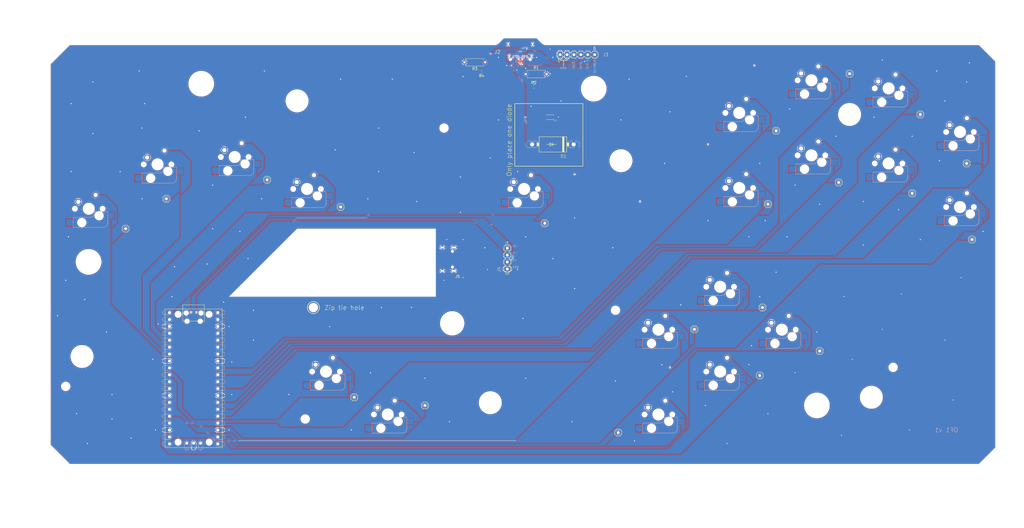
<source format=kicad_pcb>
(kicad_pcb (version 20211014) (generator pcbnew)
  (layers (0 "F.Cu" signal) (31 "B.Cu" signal) (34 "B.Paste" user) (35 "F.Paste" user) (36 "B.SilkS" user "B.Silkscreen") (37 "F.SilkS" user "F.Silkscreen") (38 "B.Mask" user) (39 "F.Mask" user) (44 "Edge.Cuts" user))
  (net 0 "")
  (net 1 "GND")
  (net 2 "+5V")
  (net 6 "/START")
  (net 8 "/RIGHT")
  (net 9 "/DOWN")
  (net 10 "/LEFT")
  (net 11 "/L")
  (net 12 "/M1")
  (net 17 "/C_UP")
  (net 18 "/C_LT")
  (net 19 "/A")
  (net 20 "/C_DN")
  (net 21 "/C_RT")
  (net 22 "/UP")
  (net 23 "/MS")
  (net 24 "/Z")
  (net 25 "V+")
  (net 26 "/LS")
  (net 27 "VCC")
  (net 28 "/M2")
  (net 29 "/X")
  (net 30 "/Y")
  (net 31 "/B")
  (net 32 "/R")
  (net 33 "/DATA")
  (net 42 "/D-")
  (net 43 "Net-(J2-PadA5)")
  (net 47 "Net-(J2-PadB5)")
  (net 50 "/D+")
  (footprint "OF1 v1:MA04-1" (layer "F.Cu") (at 142.745065 107.7536 90)
    (fp_text reference "J4")
    (fp_text value "MA04-1")
  )
  (footprint "OF1 v1:MX-BOTH" (layer "F.Cu") (at 282.8411 72.7576 180)
    (fp_text reference "U$15" hide)
    (fp_text value "MX-B" hide)
  )
  (footprint "OF1 v1:1X01" (layer "F.Cu") (at 264.5011 79.7536)
    (fp_text reference "JP11" hide)
    (fp_text value "PINHD-1X1")
  )
  (footprint "OF1 v1:MX-BOTH" (layer "F.Cu") (at 282.8411 45.1476 180)
    (fp_text reference "U$11" hide)
    (fp_text value "MX-B" hide)
  )
  (footprint "OF1 v1:1X01" (layer "F.Cu") (at 238.5011 87.7536)
    (fp_text reference "JP10" hide)
    (fp_text value "PINHD-1X1")
  )
  (footprint "OF1 v1:MX-BOTH" (layer "F.Cu") (at 220.9531 118.1176 180)
    (fp_text reference "U$17" hide)
    (fp_text value "MX-B" hide)
  )
  (footprint "OF1 v1:1X01" (layer "F.Cu") (at 81.5011 88.7536)
    (fp_text reference "JP5" hide)
    (fp_text value "PINHD-1X1")
  )
  (footprint "OF1 v1:MX-BOTH" (layer "F.Cu") (at 76.1331 149.3026 180)
    (fp_text reference "U$6" hide)
    (fp_text value "MX-B" hide)
  )
  (footprint "OF1 v1:DO201-15" (layer "F.Cu") (at 159.5011 65.7536 180)
    (fp_text reference "D1")
    (fp_text value "1N5400")
  )
  (footprint "" (layer "F.Cu") (at 174.5011 45.2536)
    (fp_text reference "@HOLE11" hide)
    (fp_text value "")
  )
  (footprint "" (layer "F.Cu") (at 184.5011 71.7536)
    (fp_text reference "@HOLE8" hide)
    (fp_text value "")
  )
  (footprint "" (layer "F.Cu") (at 68.5011 166.7536)
    (fp_text reference "@HOLE0" hide)
    (fp_text value "")
  )
  (footprint "OF1 v1:MX-BOTH" (layer "F.Cu") (at 220.9531 149.3026 180)
    (fp_text reference "U$20" hide)
    (fp_text value "MX-B" hide)
  )
  (footprint "OF1 v1:SOD3715X145N" (layer "F.Cu") (at 158.5011 55.7536 180)
    (fp_text reference "D2")
    (fp_text value "1N5819HW-7-F")
  )
  (footprint "OF1 v1:1X01" (layer "F.Cu") (at 211.5011 133.7536)
    (fp_text reference "JP18" hide)
    (fp_text value "PINHD-1X1")
  )
  (footprint "" (layer "F.Cu") (at 136.5011 160.7536)
    (fp_text reference "@HOLE9" hide)
    (fp_text value "")
  )
  (footprint "Resistor_SMD:R_0603_1608Metric" (layer "F.Cu") (at 152.491276 44.510583)
    (fp_text reference "R2")
    (fp_text value "5.1k")
  )
  (footprint "OF1 v1:MX-BOTH" (layer "F.Cu") (at 254.4861 42.1726 180)
    (fp_text reference "U$10" hide)
    (fp_text value "MX-B" hide)
  )
  (footprint "OF1 v1:1X01" (layer "F.Cu") (at 86.5011 158.7536)
    (fp_text reference "JP6" hide)
    (fp_text value "PINHD-1X1")
  )
  (footprint "" (layer "F.Cu") (at 122.5011 131.5536)
    (fp_text reference "@HOLE14" hide)
    (fp_text value "")
  )
  (footprint "OF1 v1:1X01" (layer "F.Cu") (at 311.5011 72.7536)
    (fp_text reference "JP14" hide)
    (fp_text value "PINHD-1X1")
  )
  (footprint "OF1 v1:1X01" (layer "F.Cu") (at 54.5011 78.7536)
    (fp_text reference "JP4" hide)
    (fp_text value "PINHD-1X1")
  )
  (footprint "OF1 v1:MX-BOTH" (layer "F.Cu") (at 227.9681 81.7776 180)
    (fp_text reference "U$13" hide)
    (fp_text value "MX-B" hide)
  )
  (footprint "OF1 v1:1X01" (layer "F.Cu") (at 241.5011 60.7536)
    (fp_text reference "JP9" hide)
    (fp_text value "PINHD-1X1")
  )
  (footprint "shou han 24P type-c:24P" (layer "F.Cu") (at 147.568981 35.1536 180)
    (fp_text reference "J2")
    (fp_text value "MOLEX2171830001")
  )
  (footprint "OF1 v1:MX-BOTH" (layer "F.Cu") (at -11.0339 89.4176 180)
    (fp_text reference "U$1" hide)
    (fp_text value "MX-B" hide)
  )
  (footprint "OF1 v1:MX-BOTH" (layer "F.Cu") (at 198.2661 165.0726 180)
    (fp_text reference "U$21" hide)
    (fp_text value "MX-B" hide)
  )
  (footprint "OF1 v1:1X01" (layer "F.Cu") (at 291.5011 83.7536)
    (fp_text reference "JP16" hide)
    (fp_text value "PINHD-1X1")
  )
  (footprint "OF1 v1:MX-BOTH" (layer "F.Cu") (at 14.2461 73.1146 180)
    (fp_text reference "U$2" hide)
    (fp_text value "MX-B" hide)
  )
  (footprint "OF1 v1:MX-BOTH" (layer "F.Cu") (at 42.6021 70.3886 180)
    (fp_text reference "U$4" hide)
    (fp_text value "MX-B" hide)
  )
  (footprint "" (layer "F.Cu") (at 30.3011 43.4536)
    (fp_text reference "@HOLE13" hide)
    (fp_text value "")
  )
  (footprint "" (layer "F.Cu") (at 284.5011 147.7536)
    (fp_text reference "@HOLE1" hide)
    (fp_text value "")
  )
  (footprint "OF1 v1:1X01" (layer "F.Cu") (at 235.5011 150.7536)
    (fp_text reference "JP20" hide)
    (fp_text value "PINHD-1X1")
  )
  (footprint "OF1 v1:MX-BOTH" (layer "F.Cu") (at 98.8211 165.0716 180)
    (fp_text reference "U$7" hide)
    (fp_text value "MX-B" hide)
  )
  (footprint "OF1 v1:1X01" (layer "F.Cu") (at 294.5011 54.7536)
    (fp_text reference "JP13" hide)
    (fp_text value "PINHD-1X1")
  )
  (footprint "OF1 v1:MX-BOTH" (layer "F.Cu") (at 243.6101 133.8876 180)
    (fp_text reference "U$19" hide)
    (fp_text value "MX-B" hide)
  )
  (footprint "OF1 v1:1X01" (layer "F.Cu") (at 236.5011 125.7536)
    (fp_text reference "JP17" hide)
    (fp_text value "PINHD-1X1")
  )
  (footprint "OF1 v1:1X01" (layer "F.Cu") (at 268.5011 39.7536)
    (fp_text reference "JP12" hide)
    (fp_text value "PINHD-1X1")
  )
  (footprint "" (layer "F.Cu") (at -19.4989 154.7536)
    (fp_text reference "@HOLE2" hide)
    (fp_text value "")
  )
  (footprint "Resistor_THT:R_Axial_DIN0207_L6.3mm_D2.5mm_P7.62mm_Horizontal" (layer "F.Cu") (at 134.62 35.56 180)
    (fp_text reference "R3")
    (fp_text value "5.1k")
  )
  (footprint "OF1 v1:RPI_PICO_TH" (layer "F.Cu") (at 27.5011 151.7536)
    (fp_text reference "J1" hide)
    (fp_text value "RPI_PICO-TH" hide)
  )
  (footprint "OF1 v1:1X01" (layer "F.Cu") (at 313.5011 100.7536)
    (fp_text reference "JP15" hide)
    (fp_text value "PINHD-1X1")
  )
  (footprint "Resistor_SMD:R_0603_1608Metric" (layer "F.Cu") (at 133.286267 39.142301 180)
    (fp_text reference "R4")
    (fp_text value "5.1k")
  )
  (footprint "" (layer "F.Cu") (at 119.5011 59.7536)
    (fp_text reference "@HOLE10" hide)
    (fp_text value "")
  )
  (footprint "" (layer "F.Cu") (at 256.5011 161.7536)
    (fp_text reference "@HOLE15" hide)
    (fp_text value "")
  )
  (footprint "" (layer "F.Cu") (at -13.4989 143.7536)
    (fp_text reference "@HOLE6" hide)
    (fp_text value "")
  )
  (footprint "" (layer "F.Cu") (at 71.5011 125.7536)
    (fp_text reference "@HOLE16" hide)
    (fp_text value "")
  )
  (footprint "OF1 v1:MX-BOTH" (layer "F.Cu") (at 69.1741 82.1516 180)
    (fp_text reference "U$5" hide)
    (fp_text value "MX-B" hide)
  )
  (footprint "OF1 v1:MX-BOTH" (layer "F.Cu") (at 198.2661 133.8876 180)
    (fp_text reference "U$18" hide)
    (fp_text value "MX-B" hide)
  )
  (footprint "" (layer "F.Cu") (at 182.5011 126.7536)
    (fp_text reference "@HOLE3" hide)
    (fp_text value "")
  )
  (footprint "" (layer "F.Cu") (at -11.0989 108.9536)
    (fp_text reference "@HOLE12" hide)
    (fp_text value "")
  )
  (footprint "OF1 v1:MX-BOTH" (layer "F.Cu") (at 309.0641 88.7936 180)
    (fp_text reference "U$16" hide)
    (fp_text value "MX-B" hide)
  )
  (footprint "" (layer "F.Cu") (at 268.5011 54.7536)
    (fp_text reference "@HOLE4" hide)
    (fp_text value "")
  )
  (footprint "OF1 v1:1X01" (layer "F.Cu") (at 112.5011 161.7536)
    (fp_text reference "JP7" hide)
    (fp_text value "PINHD-1X1")
  )
  (footprint "OF1 v1:16P" (layer "F.Cu") (at 118.899393 107.971075 -90)
    (fp_text reference "J5" hide)
    (fp_text value "GT-USB-7010" hide)
  )
  (footprint "OF1 v1:1X01" (layer "F.Cu") (at 2.5011 96.7536)
    (fp_text reference "JP2" hide)
    (fp_text value "PINHD-1X1")
  )
  (footprint "OF1 v1:1X01" (layer "F.Cu") (at 156.5011 94.7536)
    (fp_text reference "JP8" hide)
    (fp_text value "PINHD-1X1")
  )
  (footprint "OF1 v1:MX-BOTH" (layer "F.Cu") (at 309.0641 61.1836 180)
    (fp_text reference "U$12" hide)
    (fp_text value "MX-B" hide)
  )
  (footprint "OF1 v1:MX-BOTH" (layer "F.Cu") (at 227.9681 54.1686 180)
    (fp_text reference "U$9" hide)
    (fp_text value "MX-B" hide)
  )
  (footprint "OF1 v1:1X01" (layer "F.Cu") (at 183.5011 171.7536)
    (fp_text reference "JP21" hide)
    (fp_text value "PINHD-1X1")
  )
  (footprint "OF1 v1:MX-BOTH" (layer "F.Cu") (at 254.4861 69.7826 180)
    (fp_text reference "U$14" hide)
    (fp_text value "MX-B" hide)
  )
  (footprint "OF1 v1:1X01" (layer "F.Cu") (at 257.5011 141.7536)
    (fp_text reference "JP19" hide)
    (fp_text value "PINHD-1X1")
  )
  (footprint "OF1 v1:MA06-1" (layer "F.Cu") (at 168.5011 32.7536)
    (fp_text reference "J3")
    (fp_text value "MA06-1")
  )
  (footprint "" (layer "F.Cu") (at 276.5011 158.7536)
    (fp_text reference "@HOLE5" hide)
    (fp_text value "")
  )
  (footprint "Resistor_THT:R_Axial_DIN0207_L6.3mm_D2.5mm_P7.62mm_Horizontal" (layer "F.Cu") (at 149.53424 39.919945)
    (fp_text reference "R1")
    (fp_text value "5.1k")
  )
  (footprint "" (layer "F.Cu") (at 65.5011 49.7536)
    (fp_text reference "@HOLE7" hide)
    (fp_text value "")
  )
  (footprint "OF1 v1:1X01" (layer "F.Cu") (at 17.5011 85.7536)
    (fp_text reference "JP3" hide)
    (fp_text value "PINHD-1X1")
  )
  (footprint "OF1 v1:MX-BOTH" (layer "F.Cu") (at 148.9061 82.1516 180)
    (fp_text reference "U$8" hide)
    (fp_text value "MX-B" hide)
  )
  (gr_circle (center 71.5011 125.7536) (end 73.737165 125.7536) (layer "F.SilkS") (width 0.2) (fill none))
  (gr_line (start 145.5011 50.7536) (end 170.5011 50.7536) (layer "F.SilkS") (width 0.2))
  (gr_line (start 170.5011 50.7536) (end 170.5011 73.7536) (layer "F.SilkS") (width 0.2))
  (gr_line (start 170.5011 73.7536) (end 145.5011 73.7536) (layer "F.SilkS") (width 0.2))
  (gr_line (start 162.272621 34.794232) (end 164.674246 34.794232) (layer "F.SilkS") (width 0.2))
  (gr_line (start 145.5011 73.7536) (end 145.5011 50.7536) (layer "F.SilkS") (width 0.2))
  (gr_line (start 164.706284 33.815094) (end 164.690587 33.799397) (layer "F.SilkS") (width 0.2))
  (gr_line (start 163.421272 34.948854) (end 163.421272 36.958357) (layer "F.SilkS") (width 0.2))
  (gr_line (start 164.6911 34.802747) (end 164.6911 34.410263) (layer "F.SilkS") (width 0.2))
  (gr_line (start 162.272621 34.378054) (end 162.272621 34.801935) (layer "F.SilkS") (width 0.2))
  (gr_line (start 322.0011 177.2536) (end 316.0011 183.2536) (layer "Edge.Cuts") (width 0.05))
  (gr_line (start 40.5011 121.7536) (end 65.5011 96.7536) (layer "Edge.Cuts") (width 0.05))
  (gr_line (start 153.5011 26.7536) (end 155.5011 28.7536) (layer "Edge.Cuts") (width 0.05))
  (gr_line (start -17.9989 183.2536) (end -24.9989 176.2536) (layer "Edge.Cuts") (width 0.05))
  (gr_line (start 155.5011 28.7536) (end 156.5011 29.2536) (layer "Edge.Cuts") (width 0.05))
  (gr_line (start 316.0011 29.2536) (end 322.0011 35.2536) (layer "Edge.Cuts") (width 0.05))
  (gr_line (start 65.5011 96.7536) (end 116.5011 96.7536) (layer "Edge.Cuts") (width 0.05))
  (gr_line (start -24.9989 36.2536) (end -17.9989 29.2536) (layer "Edge.Cuts") (width 0.05))
  (gr_line (start 116.5011 121.7536) (end 40.5011 121.7536) (layer "Edge.Cuts") (width 0.05))
  (gr_line (start 156.5011 29.2536) (end 316.0011 29.2536) (layer "Edge.Cuts") (width 0.05))
  (gr_line (start -17.9989 29.2536) (end 138.5011 29.2536) (layer "Edge.Cuts") (width 0.05))
  (gr_line (start -24.9989 176.2536) (end -24.9989 36.2536) (layer "Edge.Cuts") (width 0.05))
  (gr_line (start 139.5011 28.7536) (end 141.5011 26.7536) (layer "Edge.Cuts") (width 0.05))
  (gr_line (start 138.5011 29.2536) (end 139.5011 28.7536) (layer "Edge.Cuts") (width 0.05))
  (gr_line (start 322.0011 35.2536) (end 322.0011 177.2536) (layer "Edge.Cuts") (width 0.05))
  (gr_line (start 316.0011 183.2536) (end -17.9989 183.2536) (layer "Edge.Cuts") (width 0.05))
  (gr_line (start 141.5011 26.7536) (end 153.5011 26.7536) (layer "Edge.Cuts") (width 0.05))
  (gr_line (start 116.5011 96.7536) (end 116.5011 121.7536) (layer "Edge.Cuts") (width 0.05))
  (gr_text "OF1 v1" (at 308.5011 171.7536) (layer "B.SilkS") (effects (font (size 1.63576 1.63576) (thickness 0.14224)) (justify left bottom mirror)))
  (gr_text "GND" (at 144.650881 111.299857) (layer "F.SilkS") (effects (font (size 0.747776 0.747776) (thickness 0.065024)) (justify left bottom)))
  (gr_text "3V3 in" (at 172.633221 38.1 90) (layer "F.SilkS") (effects (font (size 0.747776 0.747776) (thickness 0.065024)) (justify left bottom)))
  (gr_text "5V/VBUS" (at 175.295886 39.57934 90) (layer "F.SilkS") (effects (font (size 0.747776 0.747776) (thickness 0.065024)) (justify left bottom)))
  (gr_text "D-" (at 144.677846 106.109925) (layer "F.SilkS") (effects (font (size 0.747776 0.747776) (thickness 0.065024)) (justify left bottom)))
  (gr_text "VSYS" (at 167.5877 38.1 90) (layer "F.SilkS") (effects (font (size 0.747776 0.747776) (thickness 0.065024)) (justify left bottom)))
  (gr_text "DATA" (at 170.2002 38.1 90) (layer "F.SilkS") (effects (font (size 0.747776 0.747776) (thickness 0.065024)) (justify left bottom)))
  (gr_text "GND" (at 162.14999 38.1) (layer "F.SilkS") (effects (font (size 0.747776 0.747776) (thickness 0.065024)) (justify left bottom)))
  (gr_text "Only place one diode" (at 142.5011 50.7536 90) (layer "F.SilkS") (effects (font (size 1.63576 1.63576) (thickness 0.14224)) (justify right top)))
  (gr_text "Zip tie hole" (at 75.5011 126.7536) (layer "F.SilkS") (effects (font (size 1.63576 1.63576) (thickness 0.14224)) (justify left bottom)))
  (gr_text "5V" (at 144.669718 103.631725) (layer "F.SilkS") (effects (font (size 0.747776 0.747776) (thickness 0.065024)) (justify left bottom)))
  (gr_text "D+" (at 144.613209 108.775213) (layer "F.SilkS") (effects (font (size 0.747776 0.747776) (thickness 0.065024)) (justify left bottom)))
  (via (at 167.5011 76.7536) (size 0.5524) (drill 0.4) (layers "F.Cu" "B.Cu") (net 0))
  (via (at 216.5011 65.7536) (size 0.5524) (drill 0.4) (layers "F.Cu" "B.Cu") (net 0))
  (via (at 233.5011 36.7536) (size 0.5524) (drill 0.4) (layers "F.Cu" "B.Cu") (net 0))
  (segment (start 144.768981 35.1036) (end 144.818981 35.1536) (width 0.254) (layer "F.Cu") (net 1))
  (segment (start 144.768981 33.9436) (end 144.768981 35.1036) (width 0.254) (layer "F.Cu") (net 1))
  (via (at 273.5011 102.7536) (size 0.5524) (drill 0.4) (layers "F.Cu" "B.Cu") (net 1))
  (via (at 149.5011 151.7536) (size 0.5524) (drill 0.4) (layers "F.Cu" "B.Cu") (net 1))
  (via (at 248.5011 149.7536) (size 0.5024) (drill 0.35) (layers "F.Cu" "B.Cu") (net 1))
  (via (at 20.5011 110.7536) (size 0.5524) (drill 0.4) (layers "F.Cu" "B.Cu") (net 1))
  (via (at 146.271971 38.412382) (size 0.5524) (drill 0.4) (layers "F.Cu" "B.Cu") (net 1))
  (via (at 311.5011 42.7536) (size 0.5524) (drill 0.4) (layers "F.Cu" "B.Cu") (net 1))
  (via (at 266.5011 121.7536) (size 0.5024) (drill 0.35) (layers "F.Cu" "B.Cu") (net 1))
  (via (at -22.4989 128.7536) (size 0.5524) (drill 0.4) (layers "F.Cu" "B.Cu") (net 1))
  (via (at 134.5011 103.7536) (size 0.5524) (drill 0.4) (layers "F.Cu" "B.Cu") (net 1))
  (via (at 29.5011 60.7536) (size 0.5524) (drill 0.4) (layers "F.Cu" "B.Cu") (net 1))
  (via (at 41.5011 145.7536) (size 0.5524) (drill 0.4) (layers "F.Cu" "B.Cu") (net 1))
  (via (at 303.5011 49.7536) (size 0.5524) (drill 0.4) (layers "F.Cu" "B.Cu") (net 1))
  (via (at 317.5011 97.7536) (size 0.5524) (drill 0.4) (layers "F.Cu" "B.Cu") (net 1))
  (via (at 235.5011 72.7536) (size 0.5524) (drill 0.4) (layers "F.Cu" "B.Cu") (net 1))
  (via (at 184.5011 56.7536) (size 0.5524) (drill 0.4) (layers "F.Cu" "B.Cu") (net 1))
  (via (at 263.5011 62.7536) (size 0.5524) (drill 0.4) (layers "F.Cu" "B.Cu") (net 1))
  (via (at 150.705187 32.589207) (size 0.5024) (drill 0.35) (layers "F.Cu" "B.Cu") (net 1))
  (via (at 237.5011 93.7536) (size 0.5524) (drill 0.4) (layers "F.Cu" "B.Cu") (net 1))
  (via (at 200.5011 72.7536) (size 0.5524) (drill 0.4) (layers "F.Cu" "B.Cu") (net 1))
  (via (at 241.5011 112.7536) (size 0.5524) (drill 0.4) (layers "F.Cu" "B.Cu") (net 1))
  (via (at 152.5011 42.7536) (size 0.5524) (drill 0.4) (layers "F.Cu" "B.Cu") (net 1))
  (via (at 312.5011 35.7536) (size 0.5524) (drill 0.4) (layers "F.Cu" "B.Cu") (net 1))
  (via (at 158.5011 39.7536) (size 0.5524) (drill 0.4) (layers "F.Cu" "B.Cu") (net 1))
  (via (at 248.5011 80.7536) (size 0.5524) (drill 0.4) (layers "F.Cu" "B.Cu") (net 1))
  (via (at 0.5011 75.7536) (size 0.5524) (drill 0.4) (layers "F.Cu" "B.Cu") (net 1))
  (via (at 135.5011 111.7536) (size 0.5024) (drill 0.35) (layers "F.Cu" "B.Cu") (net 1))
  (via (at 96.5011 125.7536) (size 0.5524) (drill 0.4) (layers "F.Cu" "B.Cu") (net 1))
  (via (at 9.5011 50.7536) (size 0.5524) (drill 0.4) (layers "F.Cu" "B.Cu") (net 1))
  (via (at 13.5011 170.7536) (size 0.5524) (drill 0.4) (layers "F.Cu" "B.Cu") (net 1))
  (via (at -19.4989 115.7536) (size 0.5524) (drill 0.4) (layers "F.Cu" "B.Cu") (net 1))
  (via (at 189.5011 174.7536) (size 0.5524) (drill 0.4) (layers "F.Cu" "B.Cu") (net 1))
  (via (at 277.5011 55.7536) (size 0.5524) (drill 0.4) (layers "F.Cu" "B.Cu") (net 1))
  (via (at 49.5011 137.7536) (size 0.5524) (drill 0.4) (layers "F.Cu" "B.Cu") (net 1))
  (via (at 303.5011 137.7536) (size 0.5024) (drill 0.35) (layers "F.Cu" "B.Cu") (net 1))
  (via (at -2.4989 166.7536) (size 0.5524) (drill 0.4) (layers "F.Cu" "B.Cu") (net 1))
  (via (at 40.5011 170.7536) (size 0.5524) (drill 0.4) (layers "F.Cu" "B.Cu") (net 1))
  (via (at 41.5011 157.7536) (size 0.5524) (drill 0.4) (layers "F.Cu" "B.Cu") (net 1))
  (via (at 95.5011 75.7536) (size 0.5524) (drill 0.4) (layers "F.Cu" "B.Cu") (net 1))
  (via (at 100.5011 41.7536) (size 0.5524) (drill 0.4) (layers "F.Cu" "B.Cu") (net 1))
  (via (at -11.4989 175.7536) (size 0.5524) (drill 0.4) (layers "F.Cu" "B.Cu") (net 1))
  (via (at 53.5011 38.7536) (size 0.5524) (drill 0.4) (layers "F.Cu" "B.Cu") (net 1))
  (via (at -17.4989 75.7536) (size 0.5524) (drill 0.4) (layers "F.Cu" "B.Cu") (net 1))
  (via (at 7.5011 38.7536) (size 0.5524) (drill 0.4) (layers "F.Cu" "B.Cu") (net 1))
  (via (at 47.5011 107.7536) (size 0.5524) (drill 0.4) (layers "F.Cu" "B.Cu") (net 1))
  (via (at 300.5011 38.7536) (size 0.5524) (drill 0.4) (layers "F.Cu" "B.Cu") (net 1))
  (via (at 273.5011 86.7536) (size 0.5524) (drill 0.4) (layers "F.Cu" "B.Cu") (net 1))
  (via (at 38.5011 123.7536) (size 0.5524) (drill 0.4) (layers "F.Cu" "B.Cu") (net 1))
  (via (at 14.5011 131.7536) (size 0.5524) (drill 0.4) (layers "F.Cu" "B.Cu") (net 1))
  (via (at -18.4989 99.7536) (size 0.5524) (drill 0.4) (layers "F.Cu" "B.Cu") (net 1))
  (via (at 8.5011 59.7536) (size 0.5524) (drill 0.4) (layers "F.Cu" "B.Cu") (net 1))
  (via (at 216.5011 93.7536) (size 0.5524) (drill 0.4) (layers "F.Cu" "B.Cu") (net 1))
  (via (at 265.5011 172.7536) (size 0.5024) (drill 0.35) (layers "F.Cu" "B.Cu") (net 1))
  (via (at 280.5011 133.7536) (size 0.5024) (drill 0.35) (layers "F.Cu" "B.Cu") (net 1))
  (via (at 162.5011 49.7536) (size 0.5524) (drill 0.4) (layers "F.Cu" "B.Cu") (net 1))
  (via (at -15.4989 164.7536) (size 0.5524) (drill 0.4) (layers "F.Cu" "B.Cu") (net 1))
  (via (at 280.5011 34.7536) (size 0.5524) (drill 0.4) (layers "F.Cu" "B.Cu") (net 1))
  (via (at 238.5011 164.7536) (size 0.5024) (drill 0.35) (layers "F.Cu" "B.Cu") (net 1))
  (via (at -9.4989 61.7536) (size 0.5524) (drill 0.4) (layers "F.Cu" "B.Cu") (net 1))
  (via (at 149.5011 37.7536) (size 0.5524) (drill 0.4) (layers "F.Cu" "B.Cu") (net 1))
  (via (at 171.128412 35.252982) (size 0.5524) (drill 0.4) (layers "F.Cu" "B.Cu") (net 1))
  (via (at 199.5011 146.7536) (size 0.5524) (drill 0.4) (layers "F.Cu" "B.Cu") (net 1))
  (via (at 146.5011 111.7536) (size 0.5524) (drill 0.4) (layers "F.Cu" "B.Cu") (net 1))
  (via (at 235.5011 121.7536) (size 0.5524) (drill 0.4) (layers "F.Cu" "B.Cu") (net 1))
  (via (at 159.5011 33.7536) (size 0.5524) (drill 0.4) (layers "F.Cu" "B.Cu") (net 1))
  (via (at 34.5011 96.7536) (size 0.5524) (drill 0.4) (layers "F.Cu" "B.Cu") (net 1))
  (via (at 121.5011 167.7536) (size 0.5524) (drill 0.4) (layers "F.Cu" "B.Cu") (net 1))
  (via (at 287.5011 120.7536) (size 0.5024) (drill 0.35) (layers "F.Cu" "B.Cu") (net 1))
  (via (at 85.5011 170.7536) (size 0.5524) (drill 0.4) (layers "F.Cu" "B.Cu") (net 1))
  (via (at 291.5011 62.7536) (size 0.5524) (drill 0.4) (layers "F.Cu" "B.Cu") (net 1))
  (via (at 202.5011 53.7536) (size 0.5524) (drill 0.4) (layers "F.Cu" "B.Cu") (net 1))
  (via (at -12.4989 122.7536) (size 0.5524) (drill 0.4) (layers "F.Cu" "B.Cu") (net 1))
  (via (at 290.5011 170.7536) (size 0.5024) (drill 0.35) (layers "F.Cu" "B.Cu") (net 1))
  (via (at 257.5011 87.7536) (size 0.5524) (drill 0.4) (layers "F.Cu" "B.Cu") (net 1))
  (via (at 49.5011 126.7536) (size 0.5524) (drill 0.4) (layers "F.Cu" "B.Cu") (net 1))
  (via (at 81.5011 41.7536) (size 0.5524) (drill 0.4) (layers "F.Cu" "B.Cu") (net 1))
  (via (at 232.5011 139.7536) (size 0.5524) (drill 0.4) (layers "F.Cu" "B.Cu") (net 1))
  (via (at 187.5011 41.7536) (size 0.5524) (drill 0.4) (layers "F.Cu" "B.Cu") (net 1))
  (via (at 269.5011 144.7536) (size 0.5024) (drill 0.35) (layers "F.Cu" "B.Cu") (net 1))
  (via (at 203.5011 156.7536) (size 0.5524) (drill 0.4) (layers "F.Cu" "B.Cu") (net 1))
  (via (at 126.5011 100.7536) (size 0.5024) (drill 0.35) (layers "F.Cu" "B.Cu") (net 1))
  (via (at 108.5011 68.7536) (size 0.5524) (drill 0.4) (layers "F.Cu" "B.Cu") (net 1))
  (via (at 158.5011 30.7536) (size 0.5024) (drill 0.35) (layers "F.Cu" "B.Cu") (net 1))
  (via (at 309.5011 114.7536) (size 0.5024) (drill 0.35) (layers "F.Cu" "B.Cu") (net 1))
  (via (at 12.5011 144.7536) (size 0.5524) (drill 0.4) (layers "F.Cu" "B.Cu") (net 1))
  (via (at 166.5011 167.7536) (size 0.5524) (drill 0.4) (layers "F.Cu" "B.Cu") (net 1))
  (via (at 246.5011 52.7536) (size 0.5524) (drill 0.4) (layers "F.Cu" "B.Cu") (net 1))
  (via (at 301.5011 71.7536) (size 0.5524) (drill 0.4) (layers "F.Cu" "B.Cu") (net 1))
  (via (at -17.4989 50.7536) (size 0.5524) (drill 0.4) (layers "F.Cu" "B.Cu") (net 1))
  (via (at 151.5011 51.7536) (size 0.5524) (drill 0.4) (layers "F.Cu" "B.Cu") (net 1))
  (via (at 112.5011 151.7536) (size 0.5524) (drill 0.4) (layers "F.Cu" "B.Cu") (net 1))
  (via (at 223.5011 175.7536) (size 0.5024) (drill 0.35) (layers "F.Cu" "B.Cu") (net 1))
  (via (at 245.5011 99.7536) (size 0.5524) (drill 0.4) (layers "F.Cu" "B.Cu") (net 1))
  (via (at 119.5011 115.7536) (size 0.5024) (drill 0.35) (layers "F.Cu" "B.Cu") (net 1))
  (via (at 215.5011 161.7536) (size 0.5524) (drill 0.4) (layers "F.Cu" "B.Cu") (net 1))
  (via (at 182.5011 152.7536) (size 0.5524) (drill 0.4) (layers "F.Cu" "B.Cu") (net 1))
  (via (at 4.5011 173.7536) (size 0.5524) (drill 0.4) (layers "F.Cu" "B.Cu") (net 1))
  (via (at -2.4989 157.7536) (size 0.5524) (drill 0.4) (layers "F.Cu" "B.Cu") (net 1))
  (via (at 91.5011 85.7536) (size 0.5524) (drill 0.4) (layers "F.Cu" "B.Cu") (net 1))
  (via (at 306.5011 159.7536) (size 0.5024) (drill 0.35) (layers "F.Cu" "B.Cu") (net 1))
  (via (at 159.5011 107.7536) (size 0.5524) (drill 0.4) (layers "F.Cu" "B.Cu") (net 1))
  (via (at 44.5011 97.7536) (size 0.5524) (drill 0.4) (layers "F.Cu" "B.Cu") (net 1))
  (via (at 231.5011 99.7536) (size 0.5524) (drill 0.4) (layers "F.Cu" "B.Cu") (net 1))
  (via (at 79.5011 67.7536) (size 0.5524) (drill 0.4) (layers "F.Cu" "B.Cu") (net 1))
  (via (at 153.5011 33.7536) (size 0.5524) (drill 0.4) (layers "F.Cu" "B.Cu") (net 1))
  (via (at 125.5011 90.7536) (size 0.5524) (drill 0.4) (layers "F.Cu" "B.Cu") (net 1))
  (via (at 8.5011 85.7536) (size 0.5524) (drill 0.4) (layers "F.Cu" "B.Cu") (net 1))
  (via (at 120.5011 100.7536) (size 0.5024) (drill 0.35) (layers "F.Cu" "B.Cu") (net 1))
  (via (at 125.5011 77.7536) (size 0.5524) (drill 0.4) (layers "F.Cu" "B.Cu") (net 1))
  (via (at 139.5011 33.7536) (size 0.5524) (drill 0.4) (layers "F.Cu" "B.Cu") (net 1))
  (via (at 294.5011 100.7536) (size 0.5524) (drill 0.4) (layers "F.Cu" "B.Cu") (net 1))
  (via (at 107.5011 125.7536) (size 0.5524) (drill 0.4) (layers "F.Cu" "B.Cu") (net 1))
  (via (at 19.5011 121.7536) (size 0.5524) (drill 0.4) (layers "F.Cu" "B.Cu") (net 1))
  (via (at 142.5011 36.7536) (size 0.5524) (drill 0.4) (layers "F.Cu" "B.Cu") (net 1))
  (via (at 167.5011 92.7536) (size 0.5524) (drill 0.4) (layers "F.Cu" "B.Cu") (net 1))
  (via (at 95.5011 59.7536) (size 0.5524) (drill 0.4) (layers "F.Cu" "B.Cu") (net 1))
  (via (at 46.5011 55.7536) (size 0.5524) (drill 0.4) (layers "F.Cu" "B.Cu") (net 1))
  (via (at 77.5011 132.7536) (size 0.5524) (drill 0.4) (layers "F.Cu" "B.Cu") (net 1))
  (via (at 52.5011 85.7536) (size 0.5524) (drill 0.4) (layers "F.Cu" "B.Cu") (net 1))
  (via (at 139.5011 56.7536) (size 0.5524) (drill 0.4) (layers "F.Cu" "B.Cu") (net 1))
  (via (at 62.5011 157.7536) (size 0.5524) (drill 0.4) (layers "F.Cu" "B.Cu") (net 1))
  (via (at 126.5011 114.7536) (size 0.5024) (drill 0.35) (layers "F.Cu" "B.Cu") (net 1))
  (via (at 34.5011 80.7536) (size 0.5524) (drill 0.4) (layers "F.Cu" "B.Cu") (net 1))
  (via (at 167.5011 118.7536) (size 0.5524) (drill 0.4) (layers "F.Cu" "B.Cu") (net 1))
  (via (at 146.5011 75.7536) (size 0.5524) (drill 0.4) (layers "F.Cu" "B.Cu") (net 1))
  (via (at 126.5011 40.7536) (size 0.5524) (drill 0.4) (layers "F.Cu" "B.Cu") (net 1))
  (via (at 208.5011 40.7536) (size 0.5524) (drill 0.4) (layers "F.Cu" "B.Cu") (net 1))
  (via (at 231.5011 146.7536) (size 0.5524) (drill 0.4) (layers "F.Cu" "B.Cu") (net 1))
  (via (at 206.5011 124.7536) (size 0.5524) (drill 0.4) (layers "F.Cu" "B.Cu") (net 1))
  (via (at -4.4989 134.7536) (size 0.5524) (drill 0.4) (layers "F.Cu" "B.Cu") (net 1))
  (via (at -9.4989 42.7536) (size 0.5524) (drill 0.4) (layers "F.Cu" "B.Cu") (net 1))
  (via (at 256.5011 134.7536) (size 0.5524) (drill 0.4) (layers "F.Cu" "B.Cu") (net 1))
  (via (at 148.5011 129.7536) (size 0.5524) (drill 0.4) (layers "F.Cu" "B.Cu") (net 1))
  (via (at 181.5011 103.7536) (size 0.5524) (drill 0.4) (layers "F.Cu" "B.Cu") (net 1))
  (via (at 136.5011 70.7536) (size 0.5524) (drill 0.4) (layers "F.Cu" "B.Cu") (net 1))
  (via (at 32.5011 109.7536) (size 0.5524) (drill 0.4) (layers "F.Cu" "B.Cu") (net 1))
  (via (at 149.5011 99.7536) (size 0.5524) (drill 0.4) (layers "F.Cu" "B.Cu") (net 1))
  (via (at 109.5011 86.7536) (size 0.5524) (drill 0.4) (layers "F.Cu" "B.Cu") (net 1))
  (via (at 40.5011 132.7536) (size 0.5524) (drill 0.4) (layers "F.Cu" "B.Cu") (net 1))
  (via (at 92.5011 149.7536) (size 0.5524) (drill 0.4) (layers "F.Cu" "B.Cu") (net 1))
  (via (at 286.5011 89.7536) (size 0.5524) (drill 0.4) (layers "F.Cu" "B.Cu") (net 1))
  (segment (start 132.055068 94.2536) (end 129.5011 94.2536) (width 0.8) (layer "F.Cu") (net 2))
  (segment (start 137.5011 93.7636) (end 137.5011 94.807569) (width 0.2) (layer "F.Cu") (net 2))
  (segment (start 122.5011 109.715835) (end 122.5011 106.186204) (width 0.2) (layer "F.Cu") (net 2))
  (segment (start 148.768981 33.9436) (end 148.81114 33.98576) (width 0.254) (layer "F.Cu") (net 2))
  (segment (start 146.414981 35.2496) (end 146.414981 36.884007) (width 0.254) (layer "F.Cu") (net 2))
  (segment (start 147.0551 37.524125) (end 147.0551 70.1996) (width 0.254) (layer "F.Cu") (net 2))
  (segment (start 137.5011 94.807569) (end 135.055068 97.2536) (width 0.2) (layer "F.Cu") (net 2))
  (segment (start 135.055068 97.2536) (end 132.055068 94.2536) (width 0.8) (layer "F.Cu") (net 2))
  (segment (start 141.745065 103.9436) (end 136.055068 98.2536) (width 0.8) (layer "F.Cu") (net 2))
  (segment (start 146.414981 36.884007) (end 147.0551 37.524125) (width 0.254) (layer "F.Cu") (net 2))
  (segment (start 122.5011 106.186204) (end 123.116228 105.571075) (width 0.2) (layer "F.Cu") (net 2))
  (segment (start 148.81114 35.14576) (end 148.818981 35.1536) (width 0.254) (layer "F.Cu") (net 2))
  (segment (start 123.699393 105.571075) (end 126.683625 105.571075) (width 0.4) (layer "F.Cu") (net 2))
  (segment (start 123.699393 110.371075) (end 123.15634 110.371075) (width 0.2) (layer "F.Cu") (net 2))
  (segment (start 126.683625 105.571075) (end 129.5011 102.7536) (width 0.4) (layer "F.Cu") (net 2))
  (segment (start 148.81114 33.98576) (end 148.81114 35.14576) (width 0.254) (layer "F.Cu") (net 2))
  (segment (start 123.15634 110.371075) (end 122.5011 109.715835) (width 0.2) (layer "F.Cu") (net 2))
  (segment (start 36.3911 127.6236) (end 36.3911 123.8636) (width 0.8) (layer "F.Cu") (net 2))
  (segment (start 123.116228 105.571075) (end 123.699393 105.571075) (width 0.2) (layer "F.Cu") (net 2))
  (segment (start 146.318981 35.1536) (end 146.316431 35.15105) (width 0.254) (layer "F.Cu") (net 2))
  (segment (start 141.745065 103.9436) (end 142.745065 103.9436) (width 0.8) (layer "F.Cu") (net 2))
  (segment (start 129.5011 102.7536) (end 129.5011 94.2536) (width 0.4) (layer "F.Cu") (net 2))
  (segment (start 147.0551 70.1996) (end 137.5011 79.7536) (width 0.254) (layer "F.Cu") (net 2))
  (segment (start 129.5011 94.2536) (end 66.0011 94.2536) (width 0.8) (layer "F.Cu") (net 2))
  (segment (start 146.368981 33.9436) (end 146.316431 33.99615) (width 0.254) (layer "F.Cu") (net 2))
  (segment (start 137.5011 79.7536) (end 137.5011 93.7636) (width 0.254) (layer "F.Cu") (net 2))
  (segment (start 146.316431 33.99615) (end 146.316431 35.15105) (width 0.254) (layer "F.Cu") (net 2))
  (segment (start 146.318981 35.1536) (end 146.414981 35.2496) (width 0.254) (layer "F.Cu") (net 2))
  (segment (start 136.055068 98.2536) (end 135.055068 97.2536) (width 0.8) (layer "F.Cu") (net 2))
  (segment (start 66.0011 94.2536) (end 36.3911 123.8636) (width 0.8) (layer "F.Cu") (net 2))
  (segment (start 172.451353 36.803347) (end 174.8511 34.4036) (width 0.4) (layer "B.Cu") (net 2))
  (segment (start 148.768981 33.9436) (end 148.768981 36.535466) (width 0.4) (layer "B.Cu") (net 2))
  (segment (start 146.368981 33.9436) (end 146.368981 36.137197) (width 0.4) (layer "B.Cu") (net 2))
  (segment (start 148.768981 36.535466) (end 148.5011 36.803347) (width 0.4) (layer "B.Cu") (net 2))
  (segment (start 148.5011 36.803347) (end 172.451353 36.803347) (width 0.4) (layer "B.Cu") (net 2))
  (segment (start 147.035131 36.803347) (end 148.5011 36.803347) (width 0.4) (layer "B.Cu") (net 2))
  (segment (start 146.368981 36.137197) (end 147.035131 36.803347) (width 0.4) (layer "B.Cu") (net 2))
  (segment (start 174.8511 34.4036) (end 174.8511 32.7536) (width 0.4) (layer "B.Cu") (net 2))
  (segment (start 152.5011 93.7536) (end 154.5011 91.7536) (width 0.2) (layer "B.Cu") (net 6))
  (segment (start 55.5011 91.7536) (end 19.6311 127.6236) (width 0.2) (layer "B.Cu") (net 6))
  (segment (start 157.5011 85.0316) (end 157.1611 84.6916) (width 0.2) (layer "B.Cu") (net 6))
  (segment (start 159.5011 81.7536) (end 154.8191 77.0716) (width 0.2) (layer "B.Cu") (net 6))
  (segment (start 154.8191 77.0716) (end 151.4461 77.0716) (width 0.2) (layer "B.Cu") (net 6))
  (segment (start 159.5011 86.7536) (end 159.5011 81.7536) (width 0.2) (layer "B.Cu") (net 6))
  (segment (start 154.5011 91.7536) (end 55.5011 91.7536) (width 0.2) (layer "B.Cu") (net 6))
  (segment (start 156.5011 94.7536) (end 155.5011 93.7536) (width 0.2) (layer "B.Cu") (net 6))
  (segment (start 157.5011 88.7536) (end 159.5011 86.7536) (width 0.2) (layer "B.Cu") (net 6))
  (segment (start 155.5011 93.7536) (end 152.5011 93.7536) (width 0.2) (layer "B.Cu") (net 6))
  (segment (start 18.6111 127.6236) (end 19.6311 127.6236) (width 0.2) (layer "B.Cu") (net 6))
  (segment (start 157.5011 88.7536) (end 157.5011 85.0316) (width 0.2) (layer "B.Cu") (net 6))
  (segment (start 154.5011 91.7536) (end 157.5011 88.7536) (width 0.2) (layer "B.Cu") (net 6))
  (segment (start 81.5011 88.7536) (end 79.5011 90.7536) (width 0.2) (layer "B.Cu") (net 8))
  (segment (start 77.5011 88.7536) (end 79.5011 86.7536) (width 0.2) (layer "B.Cu") (net 8))
  (segment (start 79.5011 81.7536) (end 74.8191 77.0716) (width 0.2) (layer "B.Cu") (net 8))
  (segment (start 15.974813 135.2436) (end 18.6111 135.2436) (width 0.2) (layer "B.Cu") (net 8))
  (segment (start 77.5011 84.7636) (end 77.5011 88.7536) (width 0.2) (layer "B.Cu") (net 8))
  (segment (start 75.5011 90.7536) (end 46.5011 90.7536) (width 0.2) (layer "B.Cu") (net 8))
  (segment (start 13.5011 132.769888) (end 15.974813 135.2436) (width 0.2) (layer "B.Cu") (net 8))
  (segment (start 79.5011 86.7536) (end 79.5011 81.7536) (width 0.2) (layer "B.Cu") (net 8))
  (segment (start 13.5011 123.7536) (end 13.5011 132.769888) (width 0.2) (layer "B.Cu") (net 8))
  (segment (start 75.5011 90.7536) (end 77.5011 88.7536) (width 0.2) (layer "B.Cu") (net 8))
  (segment (start 74.8191 77.0716) (end 71.7141 77.0716) (width 0.2) (layer "B.Cu") (net 8))
  (segment (start 77.5011 84.7636) (end 77.4291 84.6916) (width 0.2) (layer "B.Cu") (net 8))
  (segment (start 46.5011 90.7536) (end 13.5011 123.7536) (width 0.2) (layer "B.Cu") (net 8))
  (segment (start 79.5011 90.7536) (end 75.5011 90.7536) (width 0.2) (layer "B.Cu") (net 8))
  (segment (start 49.0561 65.3086) (end 45.1421 65.3086) (width 0.2) (layer "B.Cu") (net 9))
  (segment (start 53.5011 74.7536) (end 53.5011 69.7536) (width 0.2) (layer "B.Cu") (net 9))
  (segment (start 53.5011 69.7536) (end 49.0561 65.3086) (width 0.2) (layer "B.Cu") (net 9))
  (segment (start 50.8571 72.9286) (end 50.8571 77.3976) (width 0.2) (layer "B.Cu") (net 9))
  (segment (start 47.5011 80.7536) (end 11.5011 116.7536) (width 0.2) (layer "B.Cu") (net 9))
  (segment (start 11.5011 116.7536) (end 11.5011 133.7536) (width 0.2) (layer "B.Cu") (net 9))
  (segment (start 15.5311 137.7836) (end 18.6111 137.7836) (width 0.2) (layer "B.Cu") (net 9))
  (segment (start 11.5011 133.7536) (end 15.5311 137.7836) (width 0.2) (layer "B.Cu") (net 9))
  (segment (start 50.8571 77.3976) (end 47.5011 80.7536) (width 0.2) (layer "B.Cu") (net 9))
  (segment (start 52.5011 80.7536) (end 47.5011 80.7536) (width 0.2) (layer "B.Cu") (net 9))
  (segment (start 50.8571 77.3976) (end 53.5011 74.7536) (width 0.2) (layer "B.Cu") (net 9))
  (segment (start 54.5011 78.7536) (end 52.5011 80.7536) (width 0.2) (layer "B.Cu") (net 9))
  (segment (start 8.5011 113.7536) (end 8.5011 133.7536) (width 0.2) (layer "B.Cu") (net 10))
  (segment (start 19.5011 85.7536) (end 17.5011 85.7536) (width 0.2) (layer "B.Cu") (net 10))
  (segment (start 22.7821 68.0346) (end 26.5011 71.7536) (width 0.2) (layer "B.Cu") (net 10))
  (segment (start 15.079054 140.331553) (end 18.603147 140.331553) (width 0.2) (layer "B.Cu") (net 10))
  (segment (start 26.5011 80.7536) (end 22.5011 84.7536) (width 0.2) (layer "B.Cu") (net 10))
  (segment (start 8.5011 113.7536) (end 22.5011 99.7536) (width 0.2) (layer "B.Cu") (net 10))
  (segment (start 26.5011 71.7536) (end 26.5011 80.7536) (width 0.2) (layer "B.Cu") (net 10))
  (segment (start 22.5011 99.7536) (end 22.5011 84.7536) (width 0.2) (layer "B.Cu") (net 10))
  (segment (start 8.5011 133.7536) (end 15.079054 140.331553) (width 0.2) (layer "B.Cu") (net 10))
  (segment (start 22.5011 82.7536) (end 22.5011 75.6546) (width 0.2) (layer "B.Cu") (net 10))
  (segment (start 22.5011 82.7536) (end 19.5011 85.7536) (width 0.2) (layer "B.Cu") (net 10))
  (segment (start 18.603147 140.331553) (end 18.6111 140.3236) (width 0.2) (layer "B.Cu") (net 10))
  (segment (start 22.5011 84.7536) (end 22.5011 82.7536) (width 0.2) (layer "B.Cu") (net 10))
  (segment (start 16.7861 68.0346) (end 22.7821 68.0346) (width 0.2) (layer "B.Cu") (net 10))
  (segment (start -2.7789 91.9576) (end -2.7789 97.0336) (width 0.2) (layer "B.Cu") (net 11))
  (segment (start -0.4989 88.7536) (end -4.9149 84.3376) (width 0.2) (layer "B.Cu") (net 11))
  (segment (start -2.7789 100.7536) (end -2.7789 102.7536) (width 0.2) (layer "B.Cu") (net 11))
  (segment (start -2.7789 124.4736) (end 15.6111 142.8636) (width 0.2) (layer "B.Cu") (net 11))
  (segment (start 2.5011 97.4736) (end -2.7789 102.7536) (width 0.2) (layer "B.Cu") (net 11))
  (segment (start 15.6111 142.8636) (end 18.6111 142.8636) (width 0.2) (layer "B.Cu") (net 11))
  (segment (start -2.7789 102.7536) (end -2.7789 124.4736) (width 0.2) (layer "B.Cu") (net 11))
  (segment (start -2.7789 97.0336) (end -0.4989 94.7536) (width 0.2) (layer "B.Cu") (net 11))
  (segment (start -0.4989 94.7536) (end -0.4989 88.7536) (width 0.2) (layer "B.Cu") (net 11))
  (segment (start 2.5011 96.7536) (end 2.5011 97.4736) (width 0.2) (layer "B.Cu") (net 11))
  (segment (start -2.7789 100.7536) (end -2.7789 97.0336) (width 0.2) (layer "B.Cu") (net 11))
  (segment (start -4.9149 84.3376) (end -8.4939 84.3376) (width 0.2) (layer "B.Cu") (net 11))
  (segment (start 86.5011 155.6406) (end 86.5011 149.7536) (width 0.2) (layer "B.Cu") (net 12))
  (segment (start 66.5011 158.7536) (end 58.273166 166.981534) (width 0.2) (layer "B.Cu") (net 12))
  (segment (start 23.5011 162.7536) (end 23.5011 152.8336) (width 0.2) (layer "B.Cu") (net 12))
  (segment (start 84.3881 151.8426) (end 84.3881 157.7536) (width 0.2) (layer "B.Cu") (net 12))
  (segment (start 80.9701 144.2226) (end 78.6731 144.2226) (width 0.2) (layer "B.Cu") (net 12))
  (segment (start 84.3881 157.8666) (end 83.5011 158.7536) (width 0.2) (layer "B.Cu") (net 12))
  (segment (start 27.729035 166.981534) (end 23.5011 162.7536) (width 0.2) (layer "B.Cu") (net 12))
  (segment (start 83.5011 158.7536) (end 66.5011 158.7536) (width 0.2) (layer "B.Cu") (net 12))
  (segment (start 23.5011 152.8336) (end 18.6111 147.9436) (width 0.2) (layer "B.Cu") (net 12))
  (segment (start 58.273166 166.981534) (end 27.729035 166.981534) (width 0.2) (layer "B.Cu") (net 12))
  (segment (start 84.3881 157.7536) (end 84.3881 157.8666) (width 0.2) (layer "B.Cu") (net 12))
  (segment (start 86.5011 149.7536) (end 80.9701 144.2226) (width 0.2) (layer "B.Cu") (net 12))
  (segment (start 84.3881 157.7536) (end 86.5011 155.6406) (width 0.2) (layer "B.Cu") (net 12))
  (segment (start 86.5011 158.7536) (end 83.5011 158.7536) (width 0.2) (layer "B.Cu") (net 12))
  (segment (start 145.8281 174.4266) (end 193.5011 126.7536) (width 0.2) (layer "B.Cu") (net 17))
  (segment (start 226.7851 113.0376) (end 231.5011 117.7536) (width 0.2) (layer "B.Cu") (net 17))
  (segment (start 229.5011 126.7536) (end 231.5011 124.7536) (width 0.2) (layer "B.Cu") (net 17))
  (segment (start 229.5011 120.9506) (end 229.2081 120.6576) (width 0.2) (layer "B.Cu") (net 17))
  (segment (start 18.6111 165.7236) (end 22.4711 165.7236) (width 0.2) (layer "B.Cu") (net 17))
  (segment (start 145.8281 174.4266) (end 44.1741 174.4266) (width 0.2) (layer "B.Cu") (net 17))
  (segment (start 226.5011 126.7536) (end 229.5011 123.7536) (width 0.2) (layer "B.Cu") (net 17))
  (segment (start 28.717532 171.970031) (end 22.4711 165.7236) (width 0.2) (layer "B.Cu") (net 17))
  (segment (start 229.5011 126.7536) (end 226.5011 126.7536) (width 0.2) (layer "B.Cu") (net 17))
  (segment (start 229.5011 123.7536) (end 229.5011 120.9506) (width 0.2) (layer "B.Cu") (net 17))
  (segment (start 223.4931 113.0376) (end 226.7851 113.0376) (width 0.2) (layer "B.Cu") (net 17))
  (segment (start 44.1741 174.4266) (end 41.717532 171.970031) (width 0.2) (layer "B.Cu") (net 17))
  (segment (start 235.5011 126.7536) (end 229.5011 126.7536) (width 0.2) (layer "B.Cu") (net 17))
  (segment (start 236.5011 125.7536) (end 235.5011 126.7536) (width 0.2) (layer "B.Cu") (net 17))
  (segment (start 231.5011 117.7536) (end 231.5011 124.7536) (width 0.2) (layer "B.Cu") (net 17))
  (segment (start 41.717532 171.970031) (end 28.717532 171.970031) (width 0.2) (layer "B.Cu") (net 17))
  (segment (start 193.5011 126.7536) (end 226.5011 126.7536) (width 0.2) (layer "B.Cu") (net 17))
  (segment (start 29.0111 168.2636) (end 18.6111 168.2636) (width 0.2) (layer "F.Cu") (net 18))
  (segment (start 35.5011 174.7536) (end 29.0111 168.2636) (width 0.2) (layer "F.Cu") (net 18))
  (segment (start 202.5011 147.7536) (end 175.5011 174.7536) (width 0.2) (layer "F.Cu") (net 18))
  (segment (start 175.5011 174.7536) (end 35.5011 174.7536) (width 0.2) (layer "F.Cu") (net 18))
  (via (at 202.5011 147.7536) (size 0.5524) (drill 0.4) (layers "F.Cu" "B.Cu") (net 18))
  (segment (start 211.5011 133.7536) (end 211.5011 138.7536) (width 0.2) (layer "B.Cu") (net 18))
  (segment (start 203.5551 128.8076) (end 200.8061 128.8076) (width 0.2) (layer "B.Cu") (net 18))
  (segment (start 209.5011 134.7536) (end 203.5551 128.8076) (width 0.2) (layer "B.Cu") (net 18))
  (segment (start 206.5211 136.4276) (end 206.5211 143.7336) (width 0.2) (layer "B.Cu") (net 18))
  (segment (start 211.5011 138.7536) (end 209.5011 140.7536) (width 0.2) (layer "B.Cu") (net 18))
  (segment (start 209.5011 140.7536) (end 209.5011 134.7536) (width 0.2) (layer "B.Cu") (net 18))
  (segment (start 209.5011 140.7536) (end 206.5211 143.7336) (width 0.2) (layer "B.Cu") (net 18))
  (segment (start 206.5211 143.7336) (end 202.5011 147.7536) (width 0.2) (layer "B.Cu") (net 18))
  (segment (start 206.5011 179.7536) (end 18.5011 179.7536) (width 0.2) (layer "B.Cu") (net 19))
  (segment (start 229.2081 152.4606) (end 229.2081 151.8426) (width 0.2) (layer "B.Cu") (net 19))
  (segment (start 233.5011 152.7536) (end 224.9701 144.2226) (width 0.2) (layer "B.Cu") (net 19))
  (segment (start 18.5011 179.7536) (end 15.5011 176.7536) (width 0.2) (layer "B.Cu") (net 19))
  (segment (start 231.5011 154.7536) (end 229.2081 152.4606) (width 0.2) (layer "B.Cu") (net 19))
  (segment (start 15.5011 176.7536) (end 15.5011 173.7536) (width 0.2) (layer "B.Cu") (net 19))
  (segment (start 233.5011 152.7536) (end 231.5011 154.7536) (width 0.2) (layer "B.Cu") (net 19))
  (segment (start 235.5011 150.7536) (end 233.5011 152.7536) (width 0.2) (layer "B.Cu") (net 19))
  (segment (start 224.9701 144.2226) (end 223.4931 144.2226) (width 0.2) (layer "B.Cu") (net 19))
  (segment (start 231.5011 154.7536) (end 206.5011 179.7536) (width 0.2) (layer "B.Cu") (net 19))
  (segment (start 15.5011 173.7536) (end 15.9111 173.3436) (width 0.2) (layer "B.Cu") (net 19))
  (segment (start 15.9111 173.3436) (end 18.6111 173.3436) (width 0.2) (layer "B.Cu") (net 19))
  (segment (start 20.5011 173.7536) (end 34.5011 173.7536) (width 0.2) (layer "B.Cu") (net 20))
  (segment (start 183.5011 171.7536) (end 178.5011 176.7536) (width 0.2) (layer "B.Cu") (net 20))
  (segment (start 178.5011 176.7536) (end 201.5011 176.7536) (width 0.2) (layer "B.Cu") (net 20))
  (segment (start 206.5211 167.6126) (end 206.5211 171.7336) (width 0.2) (layer "B.Cu") (net 20))
  (segment (start 42.5011 176.7536) (end 178.5011 176.7536) (width 0.2) (layer "B.Cu") (net 20))
  (segment (start 40.375079 174.627578) (end 42.5011 176.7536) (width 0.2) (layer "B.Cu") (net 20))
  (segment (start 18.6111 175.8836) (end 18.6111 175.6436) (width 0.2) (layer "B.Cu") (net 20))
  (segment (start 20.5011 173.7536) (end 18.6111 175.6436) (width 0.2) (layer "B.Cu") (net 20))
  (segment (start 202.7401 159.9926) (end 200.8061 159.9926) (width 0.2) (layer "B.Cu") (net 20))
  (segment (start 208.5011 165.7536) (end 202.7401 159.9926) (width 0.2) (layer "B.Cu") (net 20))
  (segment (start 206.5211 171.7336) (end 208.5011 169.7536) (width 0.2) (layer "B.Cu") (net 20))
  (segment (start 34.5011 173.7536) (end 35.375079 174.627578) (width 0.2) (layer "B.Cu") (net 20))
  (segment (start 35.375079 174.627578) (end 40.375079 174.627578) (width 0.2) (layer "B.Cu") (net 20))
  (segment (start 201.5011 176.7536) (end 206.5211 171.7336) (width 0.2) (layer "B.Cu") (net 20))
  (segment (start 208.5011 169.7536) (end 208.5011 165.7536) (width 0.2) (layer "B.Cu") (net 20))
  (segment (start 251.859096 136.433604) (end 251.8651 136.4276) (width 0.2) (layer "B.Cu") (net 21))
  (segment (start 251.859096 140.395603) (end 251.859096 136.433604) (width 0.2) (layer "B.Cu") (net 21))
  (segment (start 252.5011 141.7536) (end 254.5011 139.7536) (width 0.2) (layer "B.Cu") (net 21))
  (segment (start 209.5011 144.7536) (end 209.5011 169.7536) (width 0.2) (layer "B.Cu") (net 21))
  (segment (start 249.5551 128.8076) (end 246.1501 128.8076) (width 0.2) (layer "B.Cu") (net 21))
  (segment (start 209.5011 169.7536) (end 201.5011 177.7536) (width 0.2) (layer "B.Cu") (net 21))
  (segment (start 257.5011 141.7536) (end 252.5011 141.7536) (width 0.2) (layer "B.Cu") (net 21))
  (segment (start 39.5011 175.7536) (end 36.5211 175.7536) (width 0.2) (layer "B.Cu") (net 21))
  (segment (start 41.5011 177.7536) (end 39.5011 175.7536) (width 0.2) (layer "B.Cu") (net 21))
  (segment (start 250.5011 141.7536) (end 212.5011 141.7536) (width 0.2) (layer "B.Cu") (net 21))
  (segment (start 252.5011 141.7536) (end 250.5011 141.7536) (width 0.2) (layer "B.Cu") (net 21))
  (segment (start 36.5211 175.7536) (end 36.3911 175.8836) (width 0.2) (layer "B.Cu") (net 21))
  (segment (start 212.5011 141.7536) (end 209.5011 144.7536) (width 0.2) (layer "B.Cu") (net 21))
  (segment (start 201.5011 177.7536) (end 41.5011 177.7536) (width 0.2) (layer "B.Cu") (net 21))
  (segment (start 254.5011 133.7536) (end 249.5551 128.8076) (width 0.2) (layer "B.Cu") (net 21))
  (segment (start 250.5011 141.7536) (end 251.859096 140.395603) (width 0.2) (layer "B.Cu") (net 21))
  (segment (start 251.859096 140.395603) (end 251.8651 140.3896) (width 0.2) (layer "B.Cu") (net 21))
  (segment (start 254.5011 139.7536) (end 254.5011 133.7536) (width 0.2) (layer "B.Cu") (net 21))
  (segment (start 317.5011 91.5156) (end 317.5011 94.7536) (width 0.2) (layer "B.Cu") (net 22))
  (segment (start 307.7001 100.9526) (end 310.8991 97.7536) (width 0.2) (layer "B.Cu") (net 22))
  (segment (start 317.5011 94.7536) (end 319.5011 92.7536) (width 0.2) (layer "B.Cu") (net 22))
  (segment (start 43.5011 175.7536) (end 176.5011 175.7536) (width 0.2) (layer "B.Cu") (net 22))
  (segment (start 313.4611 83.7136) (end 311.6041 83.7136) (width 0.2) (layer "B.Cu") (net 22))
  (segment (start 319.5011 92.7536) (end 319.5011 89.7536) (width 0.2) (layer "B.Cu") (net 22))
  (segment (start 257.5011 109.7536) (end 226.5011 140.7536) (width 0.2) (layer "B.Cu") (net 22))
  (segment (start 314.5011 97.7536) (end 317.5011 94.7536) (width 0.2) (layer "B.Cu") (net 22))
  (segment (start 313.3021 100.9526) (end 307.7001 100.9526) (width 0.2) (layer "B.Cu") (net 22))
  (segment (start 211.5011 140.7536) (end 176.5011 175.7536) (width 0.2) (layer "B.Cu") (net 22))
  (segment (start 36.3911 173.3436) (end 41.0911 173.3436) (width 0.2) (layer "B.Cu") (net 22))
  (segment (start 313.5011 100.7536) (end 313.3021 100.9526) (width 0.2) (layer "B.Cu") (net 22))
  (segment (start 41.0911 173.3436) (end 43.5011 175.7536) (width 0.2) (layer "B.Cu") (net 22))
  (segment (start 310.8991 97.7536) (end 314.5011 97.7536) (width 0.2) (layer "B.Cu") (net 22))
  (segment (start 307.7001 100.9526) (end 298.8991 109.7536) (width 0.2) (layer "B.Cu") (net 22))
  (segment (start 319.5011 89.7536) (end 313.4611 83.7136) (width 0.2) (layer "B.Cu") (net 22))
  (segment (start 226.5011 140.7536) (end 211.5011 140.7536) (width 0.2) (layer "B.Cu") (net 22))
  (segment (start 298.8991 109.7536) (end 257.5011 109.7536) (width 0.2) (layer "B.Cu") (net 22))
  (segment (start 36.392266 173.344765) (end 36.3911 173.3436) (width 0.2) (layer "B.Cu") (net 22))
  (segment (start 317.5011 91.5156) (end 317.3191 91.3336) (width 0.2) (layer "B.Cu") (net 22))
  (segment (start 317.3191 74.7536) (end 317.3191 75.9356) (width 0.2) (layer "B.Cu") (net 23))
  (segment (start 317.3191 63.7236) (end 317.3191 73.7536) (width 0.2) (layer "B.Cu") (net 23))
  (segment (start 58.0111 168.2636) (end 59.5011 169.7536) (width 0.2) (layer "B.Cu") (net 23))
  (segment (start 273.5011 107.7536) (end 210.5011 107.7536) (width 0.2) (layer "B.Cu") (net 23))
  (segment (start 36.3911 168.2636) (end 58.0111 168.2636) (width 0.2) (layer "B.Cu") (net 23))
  (segment (start 311.5011 72.7536) (end 316.3191 72.7536) (width 0.2) (layer "B.Cu") (net 23))
  (segment (start 311.5011 81.7536) (end 299.5011 81.7536) (width 0.2) (layer "B.Cu") (net 23))
  (segment (start 317.3191 74.7536) (end 319.5011 72.5716) (width 0.2) (layer "B.Cu") (net 23))
  (segment (start 316.3191 72.7536) (end 317.3191 73.7536) (width 0.2) (layer "B.Cu") (net 23))
  (segment (start 172.5011 145.7536) (end 210.5011 107.7536) (width 0.2) (layer "B.Cu") (net 23))
  (segment (start 106.5011 145.7536) (end 172.5011 145.7536) (width 0.2) (layer "B.Cu") (net 23))
  (segment (start 319.5011 60.7536) (end 314.8511 56.1036) (width 0.2) (layer "B.Cu") (net 23))
  (segment (start 317.3191 73.7536) (end 317.3191 74.7536) (width 0.2) (layer "B.Cu") (net 23))
  (segment (start 299.5011 81.7536) (end 273.5011 107.7536) (width 0.2) (layer "B.Cu") (net 23))
  (segment (start 59.5011 169.7536) (end 82.5011 169.7536) (width 0.2) (layer "B.Cu") (net 23))
  (segment (start 314.8511 56.1036) (end 311.6041 56.1036) (width 0.2) (layer "B.Cu") (net 23))
  (segment (start 319.5011 72.5716) (end 319.5011 60.7536) (width 0.2) (layer "B.Cu") (net 23))
  (segment (start 82.5011 169.7536) (end 106.5011 145.7536) (width 0.2) (layer "B.Cu") (net 23))
  (segment (start 317.3191 75.9356) (end 311.5011 81.7536) (width 0.2) (layer "B.Cu") (net 23))
  (segment (start 288.4251 67.6776) (end 285.3811 67.6776) (width 0.2) (layer "B.Cu") (net 24))
  (segment (start 293.5011 72.7536) (end 288.4251 67.6776) (width 0.2) (layer "B.Cu") (net 24))
  (segment (start 36.3911 165.7236) (end 41.5311 165.7236) (width 0.2) (layer "B.Cu") (net 24))
  (segment (start 209.5011 106.7536) (end 263.5011 106.7536) (width 0.2) (layer "B.Cu") (net 24))
  (segment (start 293.5011 72.7536) (end 293.5011 76.7536) (width 0.2) (layer "B.Cu") (net 24))
  (segment (start 41.5311 165.7236) (end 65.5011 141.7536) (width 0.2) (layer "B.Cu") (net 24))
  (segment (start 263.5011 106.7536) (end 286.5011 83.7536) (width 0.2) (layer "B.Cu") (net 24))
  (segment (start 293.5011 76.7536) (end 291.0961 79.1586) (width 0.2) (layer "B.Cu") (net 24))
  (segment (start 286.5011 83.7536) (end 291.0961 79.1586) (width 0.2) (layer "B.Cu") (net 24))
  (segment (start 65.5011 141.7536) (end 174.5011 141.7536) (width 0.2) (layer "B.Cu") (net 24))
  (segment (start 174.5011 141.7536) (end 209.5011 106.7536) (width 0.2) (layer "B.Cu") (net 24))
  (segment (start 291.5011 83.7536) (end 286.5011 83.7536) (width 0.2) (layer "B.Cu") (net 24))
  (segment (start 291.0961 75.2976) (end 291.0961 79.1586) (width 0.2) (layer "B.Cu") (net 24))
  (segment (start 150.496193 36.424941) (end 155.177678 36.424941) (width 0.254) (layer "F.Cu") (net 25))
  (segment (start 150.997418 29.695214) (end 155.133951 33.831747) (width 0.254) (layer "F.Cu") (net 25))
  (segment (start 149.818981 35.1536) (end 149.818981 35.747729) (width 0.254) (layer "F.Cu") (net 25))
  (segment (start 155.133951 33.831747) (end 157.770872 33.831747) (width 0.254) (layer "F.Cu") (net 25))
  (segment (start 172.3111 32.113016) (end 172.3111 32.7536) (width 0.254) (layer "F.Cu") (net 25))
  (segment (start 159.849018 31.7536) (end 160.997034 30.605585) (width 0.254) (layer "F.Cu") (net 25))
  (segment (start 160.997034 30.605585) (end 170.803668 30.605585) (width 0.254) (layer "F.Cu") (net 25))
  (segment (start 145.168981 33.2436) (end 145.168981 33.085719) (width 0.254) (layer "F.Cu") (net 25))
  (segment (start 172.3111 32.113016) (end 170.803668 30.605585) (width 0.254) (layer "F.Cu") (net 25))
  (segment (start 149.818981 35.747729) (end 150.496193 36.424941) (width 0.254) (layer "F.Cu") (net 25))
  (segment (start 149.5011 55.7536) (end 156.8211 55.7536) (width 0.4064) (layer "F.Cu") (net 25))
  (segment (start 148.559486 29.695214) (end 150.997418 29.695214) (width 0.254) (layer "F.Cu") (net 25))
  (segment (start 157.770872 33.831747) (end 159.849018 31.7536) (width 0.254) (layer "F.Cu") (net 25))
  (segment (start 155.177678 36.424941) (end 157.770872 33.831747) (width 0.254) (layer "F.Cu") (net 25))
  (segment (start 145.168981 33.085719) (end 148.559486 29.695214) (width 0.254) (layer "F.Cu") (net 25))
  (via (at 149.5011 55.7536) (size 0.5024) (drill 0.35) (layers "F.Cu" "B.Cu") (net 25))
  (segment (start 149.5011 64.7536) (end 150.5011 65.7536) (width 0.4064) (layer "B.Cu") (net 25))
  (segment (start 145.127793 36.126907) (end 145.5011 35.7536) (width 0.34) (layer "B.Cu") (net 25))
  (segment (start 145.127793 39.331838) (end 145.127793 36.126907) (width 0.34) (layer "B.Cu") (net 25))
  (segment (start 145.5011 33.658194) (end 145.168981 33.326075) (width 0.34) (layer "B.Cu") (net 25))
  (segment (start 145.168981 33.2436) (end 145.164881 33.2477) (width 0.34) (layer "B.Cu") (net 25))
  (segment (start 145.127793 39.331838) (end 149.5011 43.705144) (width 0.34) (layer "B.Cu") (net 25))
  (segment (start 149.5011 43.705144) (end 149.5011 55.7536) (width 0.34) (layer "B.Cu") (net 25))
  (segment (start 150.5011 65.7536) (end 151.8811 65.7536) (width 0.4064) (layer "B.Cu") (net 25))
  (segment (start 145.168981 33.326075) (end 145.168981 33.2436) (width 0.34) (layer "B.Cu") (net 25))
  (segment (start 145.5011 35.7536) (end 145.5011 33.658194) (width 0.34) (layer "B.Cu") (net 25))
  (segment (start 149.5011 55.7536) (end 149.5011 64.7536) (width 0.4064) (layer "B.Cu") (net 25))
  (segment (start 42.0711 163.1836) (end 64.5011 140.7536) (width 0.2) (layer "B.Cu") (net 26))
  (segment (start 245.5011 105.7536) (end 271.5011 79.7536) (width 0.2) (layer "B.Cu") (net 26))
  (segment (start 291.0961 51.1586) (end 291.0961 47.6876) (width 0.2) (layer "B.Cu") (net 26))
  (segment (start 293.5011 45.7536) (end 287.8151 40.0676) (width 0.2) (layer "B.Cu") (net 26))
  (segment (start 291.0961 51.1586) (end 293.5011 48.7536) (width 0.2) (layer "B.Cu") (net 26))
  (segment (start 173.5011 140.7536) (end 208.5011 105.7536) (width 0.2) (layer "B.Cu") (net 26))
  (segment (start 293.5011 48.7536) (end 293.5011 45.7536) (width 0.2) (layer "B.Cu") (net 26))
  (segment (start 287.8151 40.0676) (end 285.3811 40.0676) (width 0.2) (layer "B.Cu") (net 26))
  (segment (start 271.5011 79.7536) (end 271.5011 70.7536) (width 0.2) (layer "B.Cu") (net 26))
  (segment (start 294.5011 54.7536) (end 287.5011 54.7536) (width 0.2) (layer "B.Cu") (net 26))
  (segment (start 64.5011 140.7536) (end 173.5011 140.7536) (width 0.2) (layer "B.Cu") (net 26))
  (segment (start 208.5011 105.7536) (end 245.5011 105.7536) (width 0.2) (layer "B.Cu") (net 26))
  (segment (start 36.3911 163.1836) (end 42.0711 163.1836) (width 0.2) (layer "B.Cu") (net 26))
  (segment (start 271.5011 70.7536) (end 287.5011 54.7536) (width 0.2) (layer "B.Cu") (net 26))
  (segment (start 287.5011 54.7536) (end 291.0961 51.1586) (width 0.2) (layer "B.Cu") (net 26))
  (segment (start 123.1211 118.7536) (end 111.7111 130.1636) (width 0.8) (layer "F.Cu") (net 27))
  (segment (start 167.134818 35.894807) (end 167.134818 65.739882) (width 0.8) (layer "F.Cu") (net 27))
  (segment (start 167.134818 32.849882) (end 167.134818 35.894807) (width 0.8) (layer "F.Cu") (net 27))
  (segment (start 167.134818 65.739882) (end 167.1211 65.7536) (width 0.8) (layer "F.Cu") (net 27))
  (segment (start 173.5011 72.1336) (end 173.5011 100.7536) (width 0.8) (layer "F.Cu") (net 27))
  (segment (start 167.1211 65.7536) (end 173.5011 72.1336) (width 0.8) (layer "F.Cu") (net 27))
  (segment (start 173.5011 100.7536) (end 155.5011 118.7536) (width 0.8) (layer "F.Cu") (net 27))
  (segment (start 160.1811 55.7536) (end 160.180246 42.849379) (width 0.8) (layer "F.Cu") (net 27))
  (segment (start 155.5011 118.7536) (end 123.1211 118.7536) (width 0.8) (layer "F.Cu") (net 27))
  (segment (start 167.134818 35.894807) (end 160.180246 42.849379) (width 0.8) (layer "F.Cu") (net 27))
  (segment (start 167.1211 32.8636) (end 167.2311 32.7536) (width 0.8) (layer "F.Cu") (net 27))
  (segment (start 167.2311 32.7536) (end 167.134818 32.849882) (width 0.8) (layer "F.Cu") (net 27))
  (segment (start 111.7111 130.1636) (end 36.3911 130.1636) (width 0.8) (layer "F.Cu") (net 27))
  (via (at 191.5011 86.7536) (size 0.5524) (drill 0.4) (layers "F.Cu" "B.Cu") (net 28))
  (segment (start 111.5011 166.7536) (end 110.5011 167.7536) (width 0.2) (layer "B.Cu") (net 28))
  (segment (start 28.231591 169.48409) (end 41.231591 169.48409) (width 0.2) (layer "B.Cu") (net 28))
  (segment (start 21.5011 162.7536) (end 28.231591 169.48409) (width 0.2) (layer "B.Cu") (net 28))
  (segment (start 111.5011 166.7536) (end 104.7391 159.9916) (width 0.2) (layer "B.Cu") (net 28))
  (segment (start 107.2181 167.7536) (end 110.5011 167.7536) (width 0.2) (layer "B.Cu") (net 28))
  (segment (start 107.2181 167.7536) (end 107.0761 167.6116) (width 0.2) (layer "B.Cu") (net 28))
  (segment (start 112.5011 165.7536) (end 111.5011 166.7536) (width 0.2) (layer "B.Cu") (net 28))
  (segment (start 104.7391 159.9916) (end 101.3611 159.9916) (width 0.2) (layer "B.Cu") (net 28))
  (segment (start 45.5011 173.7536) (end 104.5011 173.7536) (width 0.2) (layer "B.Cu") (net 28))
  (segment (start 18.6111 150.4836) (end 21.5011 153.3736) (width 0.2) (layer "B.Cu") (net 28))
  (segment (start 21.5011 153.3736) (end 21.5011 162.7536) (width 0.2) (layer "B.Cu") (net 28))
  (segment (start 112.5011 161.7536) (end 112.5011 165.7536) (width 0.2) (layer "B.Cu") (net 28))
  (segment (start 41.231591 169.48409) (end 45.5011 173.7536) (width 0.2) (layer "B.Cu") (net 28))
  (segment (start 110.5011 167.7536) (end 104.5011 173.7536) (width 0.2) (layer "B.Cu") (net 28))
  (segment (start 262.7411 72.3226) (end 262.7411 76.5136) (width 0.2) (layer "B.Cu") (net 29))
  (segment (start 199.5011 104.7536) (end 234.5011 104.7536) (width 0.2) (layer "B.Cu") (net 29))
  (segment (start 264.5011 79.7536) (end 259.5011 79.7536) (width 0.2) (layer "B.Cu") (net 29))
  (segment (start 262.7411 76.5136) (end 265.5011 73.7536) (width 0.2) (layer "B.Cu") (net 29))
  (segment (start 234.5011 104.7536) (end 259.5011 79.7536) (width 0.2) (layer "B.Cu") (net 29))
  (segment (start 265.5011 73.7536) (end 265.5011 70.7536) (width 0.2) (layer "B.Cu") (net 29))
  (segment (start 63.5011 139.7536) (end 164.5011 139.7536) (width 0.2) (layer "B.Cu") (net 29))
  (segment (start 265.5011 70.7536) (end 259.4501 64.7026) (width 0.2) (layer "B.Cu") (net 29))
  (segment (start 259.4501 64.7026) (end 257.0261 64.7026) (width 0.2) (layer "B.Cu") (net 29))
  (segment (start 164.5011 139.7536) (end 199.5011 104.7536) (width 0.2) (layer "B.Cu") (net 29))
  (segment (start 36.3911 160.6436) (end 42.6111 160.6436) (width 0.2) (layer "B.Cu") (net 29))
  (segment (start 42.6111 160.6436) (end 63.5011 139.7536) (width 0.2) (layer "B.Cu") (net 29))
  (segment (start 259.5011 79.7536) (end 262.7411 76.5136) (width 0.2) (layer "B.Cu") (net 29))
  (segment (start 45.6911 155.5636) (end 36.3911 155.5636) (width 0.2) (layer "B.Cu") (net 30))
  (segment (start 163.5011 138.7536) (end 62.5011 138.7536) (width 0.2) (layer "B.Cu") (net 30))
  (segment (start 265.5011 47.7536) (end 265.5011 42.7536) (width 0.2) (layer "B.Cu") (net 30))
  (segment (start 262.7411 50.5136) (end 262.7411 44.7126) (width 0.2) (layer "B.Cu") (net 30))
  (segment (start 265.5011 42.7536) (end 259.8401 37.0926) (width 0.2) (layer "B.Cu") (net 30))
  (segment (start 268.5011 44.7536) (end 265.5011 47.7536) (width 0.2) (layer "B.Cu") (net 30))
  (segment (start 259.8401 37.0926) (end 257.0261 37.0926) (width 0.2) (layer "B.Cu") (net 30))
  (segment (start 268.5011 39.7536) (end 268.5011 44.7536) (width 0.2) (layer "B.Cu") (net 30))
  (segment (start 233.5011 103.7536) (end 198.5011 103.7536) (width 0.2) (layer "B.Cu") (net 30))
  (segment (start 265.5011 47.7536) (end 262.7411 50.5136) (width 0.2) (layer "B.Cu") (net 30))
  (segment (start 198.5011 103.7536) (end 163.5011 138.7536) (width 0.2) (layer "B.Cu") (net 30))
  (segment (start 262.7411 50.5136) (end 242.5011 70.7536) (width 0.2) (layer "B.Cu") (net 30))
  (segment (start 242.5011 94.7536) (end 233.5011 103.7536) (width 0.2) (layer "B.Cu") (net 30))
  (segment (start 242.5011 70.7536) (end 242.5011 94.7536) (width 0.2) (layer "B.Cu") (net 30))
  (segment (start 62.5011 138.7536) (end 45.6911 155.5636) (width 0.2) (layer "B.Cu") (net 30))
  (segment (start 240.5011 89.7536) (end 240.5011 84.7536) (width 0.2) (layer "B.Cu") (net 31))
  (segment (start 162.5011 137.7536) (end 197.5011 102.7536) (width 0.2) (layer "B.Cu") (net 31))
  (segment (start 197.5011 102.7536) (end 223.5011 102.7536) (width 0.2) (layer "B.Cu") (net 31))
  (segment (start 234.5011 91.7536) (end 238.5011 91.7536) (width 0.2) (layer "B.Cu") (net 31))
  (segment (start 48.7711 150.4836) (end 61.5011 137.7536) (width 0.2) (layer "B.Cu") (net 31))
  (segment (start 238.5011 91.7536) (end 240.5011 89.7536) (width 0.2) (layer "B.Cu") (net 31))
  (segment (start 236.2231 90.0316) (end 234.5011 91.7536) (width 0.2) (layer "B.Cu") (net 31))
  (segment (start 236.2231 90.0316) (end 238.5011 87.7536) (width 0.2) (layer "B.Cu") (net 31))
  (segment (start 240.5011 84.7536) (end 232.4451 76.6976) (width 0.2) (layer "B.Cu") (net 31))
  (segment (start 236.2231 84.3176) (end 236.2231 90.0316) (width 0.2) (layer "B.Cu") (net 31))
  (segment (start 223.5011 102.7536) (end 234.5011 91.7536) (width 0.2) (layer "B.Cu") (net 31))
  (segment (start 36.3911 150.4836) (end 48.7711 150.4836) (width 0.2) (layer "B.Cu") (net 31))
  (segment (start 61.5011 137.7536) (end 162.5011 137.7536) (width 0.2) (layer "B.Cu") (net 31))
  (segment (start 232.4451 76.6976) (end 230.5081 76.6976) (width 0.2) (layer "B.Cu") (net 31))
  (segment (start 236.2231 56.7086) (end 236.2231 62.0316) (width 0.2) (layer "B.Cu") (net 32))
  (segment (start 237.5011 60.7536) (end 239.5011 58.7536) (width 0.2) (layer "B.Cu") (net 32))
  (segment (start 239.5011 54.7536) (end 233.8361 49.0886) (width 0.2) (layer "B.Cu") (net 32))
  (segment (start 239.5011 58.7536) (end 239.5011 54.7536) (width 0.2) (layer "B.Cu") (net 32))
  (segment (start 60.5011 136.7536) (end 49.3111 147.9436) (width 0.2) (layer "B.Cu") (net 32))
  (segment (start 49.3111 147.9436) (end 36.3911 147.9436) (width 0.2) (layer "B.Cu") (net 32))
  (segment (start 236.2231 62.0316) (end 161.5011 136.7536) (width 0.2) (layer "B.Cu") (net 32))
  (segment (start 237.5011 60.7536) (end 236.2231 62.0316) (width 0.2) (layer "B.Cu") (net 32))
  (segment (start 241.5011 60.7536) (end 237.5011 60.7536) (width 0.2) (layer "B.Cu") (net 32))
  (segment (start 161.5011 136.7536) (end 60.5011 136.7536) (width 0.2) (layer "B.Cu") (net 32))
  (segment (start 233.8361 49.0886) (end 230.5081 49.0886) (width 0.2) (layer "B.Cu") (net 32))
  (segment (start 34.855379 142.107878) (end 35.6111 142.8636) (width 0.2) (layer "F.Cu") (net 33))
  (segment (start 34.855379 123.399322) (end 34.855379 142.107878) (width 0.2) (layer "F.Cu") (net 33))
  (segment (start 145.318981 35.766125) (end 144.320628 36.764479) (width 0.254) (layer "F.Cu") (net 33))
  (segment (start 145.320628 37.764479) (end 145.320628 38.222766) (width 0.2) (layer "F.Cu") (net 33))
  (segment (start 65.490222 92.764479) (end 34.855379 123.399322) (width 0.2) (layer "F.Cu") (net 33))
  (segment (start 145.318981 35.1536) (end 145.318981 35.766125) (width 0.254) (layer "F.Cu") (net 33))
  (segment (start 144.320628 36.764479) (end 145.320628 37.764479) (width 0.2) (layer "F.Cu") (net 33))
  (segment (start 35.6111 142.8636) (end 36.3911 142.8636) (width 0.2) (layer "F.Cu") (net 33))
  (segment (start 90.778915 92.764479) (end 65.490222 92.764479) (width 0.2) (layer "F.Cu") (net 33))
  (segment (start 145.320628 38.222766) (end 90.778915 92.764479) (width 0.2) (layer "F.Cu") (net 33))
  (via (at 144.320628 36.764479) (size 0.4572) (drill 0.3048) (layers "F.Cu" "B.Cu") (net 33))
  (segment (start 155.188268 31.440769) (end 150.384325 31.440769) (width 0.2) (layer "B.Cu") (net 33))
  (segment (start 144.320628 36.764479) (end 144.320628 36.745291) (width 0.2) (layer "B.Cu") (net 33))
  (segment (start 143.23815 31.566579) (end 148.275434 31.566579) (width 0.2) (layer "B.Cu") (net 33))
  (segment (start 144.320628 36.745291) (end 142.428271 34.852935) (width 0.2) (layer "B.Cu") (net 33))
  (segment (start 168.5011 35.7536) (end 159.5011 35.7536) (width 0.2) (layer "B.Cu") (net 33))
  (segment (start 169.7711 32.7536) (end 169.5011 33.0236) (width 0.2) (layer "B.Cu") (net 33))
  (segment (start 142.428271 34.852935) (end 142.428271 32.376457) (width 0.2) (layer "B.Cu") (net 33))
  (segment (start 169.5011 34.7536) (end 168.5011 35.7536) (width 0.2) (layer "B.Cu") (net 33))
  (segment (start 149.952456 33.2436) (end 149.968981 33.2436) (width 0.2) (layer "B.Cu") (net 33))
  (segment (start 144.331506 36.7536) (end 144.320628 36.764479) (width 0.1524) (layer "B.Cu") (net 33))
  (segment (start 159.5011 35.7536) (end 155.188268 31.440769) (width 0.2) (layer "B.Cu") (net 33))
  (segment (start 169.5011 33.0236) (end 169.5011 34.7536) (width 0.2) (layer "B.Cu") (net 33))
  (segment (start 149.266975 32.558119) (end 149.952456 33.2436) (width 0.2) (layer "B.Cu") (net 33))
  (segment (start 150.384325 31.440769) (end 149.266975 32.558119) (width 0.2) (layer "B.Cu") (net 33))
  (segment (start 142.428271 32.376457) (end 143.23815 31.566579) (width 0.2) (layer "B.Cu") (net 33))
  (segment (start 148.275434 31.566579) (end 149.266975 32.558119) (width 0.2) (layer "B.Cu") (net 33))
  (segment (start 147.326196 35.160816) (end 147.318981 35.1536) (width 0.1524) (layer "F.Cu") (net 42))
  (segment (start 123.699393 107.221075) (end 123.699387 107.221082) (width 0.2) (layer "F.Cu") (net 42))
  (segment (start 123.699393 107.221075) (end 140.326528 107.221075) (width 0.2) (layer "F.Cu") (net 42))
  (segment (start 147.326196 36.001204) (end 147.326196 35.160816) (width 0.2) (layer "F.Cu") (net 42))
  (segment (start 122.999646 108.223754) (end 123.696715 108.223754) (width 0.2) (layer "F.Cu") (net 42))
  (segment (start 141.064003 106.4836) (end 140.326528 107.221075) (width 0.2) (layer "F.Cu") (net 42))
  (segment (start 123.699387 107.221082) (end 123.006821 107.221082) (width 0.2) (layer "F.Cu") (net 42))
  (segment (start 161.5011 96.7536) (end 161.5011 69.7536) (width 0.1524) (layer "F.Cu") (net 42))
  (segment (start 161.5011 69.7536) (end 147.838496 56.090997) (width 0.1524) (layer "F.Cu") (net 42))
  (segment (start 122.8281 107.379563) (end 122.8281 108.052207) (width 0.2) (layer "F.Cu") (net 42))
  (segment (start 123.696715 108.223754) (end 123.699393 108.221075) (width 0.2) (layer "F.Cu") (net 42))
  (segment (start 122.8281 108.052207) (end 122.999646 108.223754) (width 0.2) (layer "F.Cu") (net 42))
  (segment (start 147.838496 37.124479) (end 147.326196 36.612179) (width 0.1524) (layer "F.Cu") (net 42))
  (segment (start 122.853203 107.3747) (end 122.832963 107.3747) (width 0.2) (layer "F.Cu") (net 42))
  (segment (start 141.064003 106.4836) (end 142.745065 106.4836) (width 0.2) (layer "F.Cu") (net 42))
  (segment (start 147.838496 37.124479) (end 147.838496 56.090997) (width 0.1524) (layer "F.Cu") (net 42))
  (segment (start 123.006821 107.221082) (end 122.853203 107.3747) (width 0.2) (layer "F.Cu") (net 42))
  (segment (start 147.326196 36.001204) (end 147.326196 36.612179) (width 0.1524) (layer "F.Cu") (net 42))
  (segment (start 122.832963 107.3747) (end 122.8281 107.379563) (width 0.2) (layer "F.Cu") (net 42))
  (segment (start 142.745065 106.4836) (end 151.7711 106.4836) (width 0.1524) (layer "F.Cu") (net 42))
  (segment (start 151.7711 106.4836) (end 161.5011 96.7536) (width 0.1524) (layer "F.Cu") (net 42))
  (via (at 147.326196 36.001204) (size 0.4572) (drill 0.3048) (layers "F.Cu" "B.Cu") (net 42))
  (segment (start 56.201097 93.7536) (end 28.5011 121.4536) (width 0.2) (layer "B.Cu") (net 42))
  (segment (start 142.745065 106.4836) (end 130.015065 93.7536) (width 0.2) (layer "B.Cu") (net 42))
  (segment (start 28.5011 121.4536) (end 28.5011 127.4536) (width 0.2) (layer "B.Cu") (net 42))
  (segment (start 147.315493 35.9905) (end 147.326196 36.001204) (width 0.1524) (layer "B.Cu") (net 42))
  (segment (start 147.968981 33.9436) (end 147.315493 34.597088) (width 0.2) (layer "B.Cu") (net 42))
  (segment (start 147.315493 34.597088) (end 147.315493 35.9905) (width 0.2) (layer "B.Cu") (net 42))
  (segment (start 130.015065 93.7536) (end 56.201097 93.7536) (width 0.2) (layer "B.Cu") (net 42))
  (segment (start 148.786963 36.321582) (end 148.786963 39.172668) (width 0.25) (layer "F.Cu") (net 43))
  (segment (start 148.786963 39.172668) (end 149.53424 39.919945) (width 0.25) (layer "F.Cu") (net 43))
  (segment (start 148.318981 35.1536) (end 148.318981 35.8536) (width 0.25) (layer "F.Cu") (net 43))
  (segment (start 148.318981 35.8536) (end 148.786963 36.321582) (width 0.25) (layer "F.Cu") (net 43))
  (segment (start 149.53424 39.919945) (end 149.53424 42.378547) (width 0.25) (layer "F.Cu") (net 43))
  (segment (start 149.53424 42.378547) (end 151.666276 44.510583) (width 0.25) (layer "F.Cu") (net 43))
  (segment (start 149.532581 30.48) (end 149.86 30.48) (width 0.3) (layer "F.Cu") (net 47))
  (segment (start 146.768981 33.2436) (end 149.532581 30.48) (width 0.3) (layer "F.Cu") (net 47))
  (segment (start 136.604504 32.417523) (end 134.62 34.402027) (width 0.3) (layer "F.Cu") (net 47))
  (segment (start 134.62 35.56) (end 134.62 38.633568) (width 0.3) (layer "F.Cu") (net 47))
  (segment (start 134.62 34.402027) (end 134.62 35.56) (width 0.3) (layer "F.Cu") (net 47))
  (segment (start 134.62 38.633568) (end 134.111267 39.142301) (width 0.3) (layer "F.Cu") (net 47))
  (via (at 136.604504 32.417523) (size 0.8) (drill 0.4) (layers "F.Cu" "B.Cu") (net 47))
  (via (at 149.86 30.48) (size 0.8) (drill 0.4) (layers "F.Cu" "B.Cu") (net 47))
  (segment (start 149.86 30.48) (end 149.670973 30.290973) (width 0.3) (layer "B.Cu") (net 47))
  (segment (start 138.731054 30.290973) (end 136.604504 32.417523) (width 0.3) (layer "B.Cu") (net 47))
  (segment (start 149.670973 30.290973) (end 138.731054 30.290973) (width 0.3) (layer "B.Cu") (net 47))
  (segment (start 162.186068 96.926854) (end 150.089321 109.0236) (width 0.1524) (layer "F.Cu") (net 50))
  (segment (start 148.281068 55.533569) (end 162.186068 69.438569) (width 0.1524) (layer "F.Cu") (net 50))
  (segment (start 147.818981 35.1536) (end 147.818981 36.386682) (width 0.1524) (layer "F.Cu") (net 50))
  (segment (start 124.689262 108.020454) (end 124.389884 107.721075) (width 0.2) (layer "F.Cu") (net 50))
  (segment (start 147.818981 34.5936) (end 147.818981 35.1536) (width 0.2) (layer "F.Cu") (net 50))
  (segment (start 123.699393 108.721075) (end 140.592318 108.721075) (width 0.2) (layer "F.Cu") (net 50))
  (segment (start 123.699393 108.721075) (end 124.361471 108.721075) (width 0.2) (layer "F.Cu") (net 50))
  (segment (start 148.281068 36.848769) (end 147.818981 36.386682) (width 0.1524) (layer "F.Cu") (net 50))
  (segment (start 124.389884 107.721075) (end 123.699393 107.721075) (width 0.2) (layer "F.Cu") (net 50))
  (segment (start 150.089321 109.0236) (end 142.745065 109.0236) (width 0.1524) (layer "F.Cu") (net 50))
  (segment (start 148.281068 36.848769) (end 148.281068 55.533569) (width 0.1524) (layer "F.Cu") (net 50))
  (segment (start 124.361471 108.721075) (end 124.689262 108.393285) (width 0.2) (layer "F.Cu") (net 50))
  (segment (start 140.894843 109.0236) (end 140.592318 108.721075) (width 0.2) (layer "F.Cu") (net 50))
  (segment (start 124.689262 108.393285) (end 124.689262 108.020454) (width 0.2) (layer "F.Cu") (net 50))
  (segment (start 140.894843 109.0236) (end 142.745065 109.0236) (width 0.2) (layer "F.Cu") (net 50))
  (segment (start 147.168981 33.9436) (end 147.818981 34.5936) (width 0.2) (layer "F.Cu") (net 50))
  (segment (start 162.186068 69.438569) (end 162.186068 96.926854) (width 0.1524) (layer "F.Cu") (net 50))
  (segment (start 26.5011 121.7536) (end 26.5011 127.4536) (width 0.2) (layer "B.Cu") (net 50))
  (segment (start 144.808175 107.552575) (end 143.33715 109.0236) (width 0.2) (layer "B.Cu") (net 50))
  (segment (start 144.808175 103.060675) (end 134.5011 92.7536) (width 0.2) (layer "B.Cu") (net 50))
  (segment (start 142.745065 109.0236) (end 143.33715 109.0236) (width 0.2) (layer "B.Cu") (net 50))
  (segment (start 55.5011 92.7536) (end 26.5011 121.7536) (width 0.2) (layer "B.Cu") (net 50))
  (segment (start 144.808175 107.552575) (end 144.808175 103.060675) (width 0.2) (layer "B.Cu") (net 50))
  (segment (start 134.5011 92.7536) (end 55.5011 92.7536) (width 0.2) (layer "B.Cu") (net 50))
  (zone (net 1) (net_name "GND") (layer "F.Cu") (priority 6) (connect_pads (clearance 0.000001)) (min_thickness 0.1) (fill yes (thermal_gap 0.25) (thermal_bridge_width 0.25))
    (polygon (pts (xy 3.542522 13.6536) (xy 327.542521 13.6536) (xy 329.571811 15.682889) (xy 332.6011 18.712179) (xy 332.6011 205.8536) (xy 61.542522 205.8536) (xy 60.542521 206.8536) (xy -29.540321 206.8536) (xy -41.5989 194.795021) (xy -41.5989 20.795022) (xy -43.640321 18.7536) (xy -37.540321 12.6536) (xy 2.542521 12.6536)))
  )
  (zone (net 1) (net_name "GND") (layer "B.Cu") (priority 6) (connect_pads (clearance 0.000001)) (min_thickness 0.1) (fill yes (thermal_gap 0.25) (thermal_bridge_width 0.25))
    (polygon (pts (xy 328.6011 22.712179) (xy 328.6011 194.795021) (xy 323.542521 199.8536) (xy -21.540321 199.8536) (xy -32.5989 188.795021) (xy -32.5989 21.712179) (xy -27.540321 16.6536) (xy 322.542521 16.6536)))
  )
)
</source>
